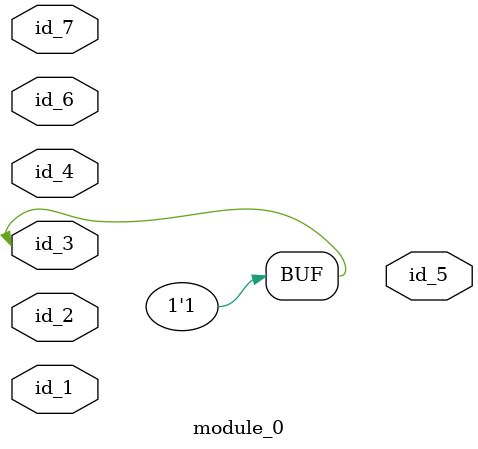
<source format=v>
`define pp_7 0
`define pp_8 (  pp_9  )  0
module module_0 (
    id_1,
    id_2,
    id_3,
    id_4,
    id_5,
    id_6,
    id_7
);
  input id_7;
  input id_6;
  output id_5;
  input id_4;
  inout id_3;
  input id_2;
  inout id_1;
  assign id_3 = id_2 - 1 ? 1 : 1;
endmodule

</source>
